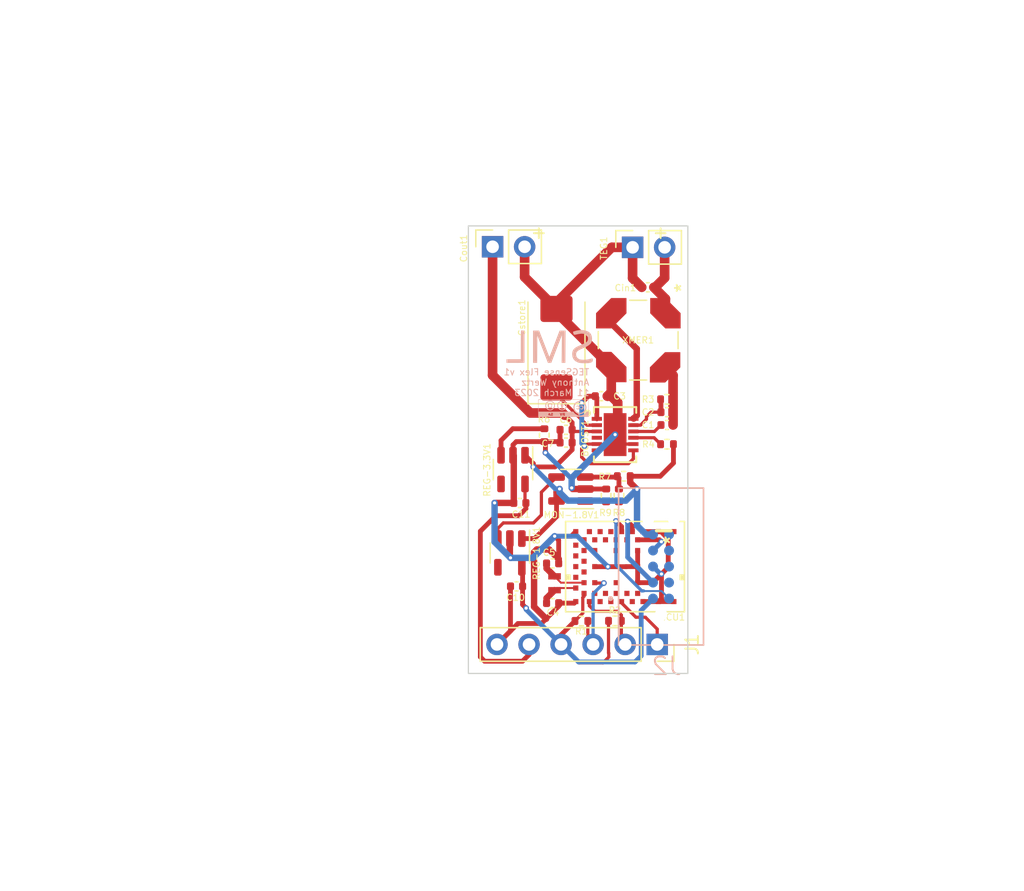
<source format=kicad_pcb>
(kicad_pcb (version 20240108) (generator "pcbnew") (generator_version "8.0")
  (layers (0 "F.Cu" signal) (31 "B.Cu" signal) (34 "B.Paste" user) (35 "F.Paste" user) (36 "B.SilkS" user "B.Silkscreen") (37 "F.SilkS" user "F.Silkscreen") (38 "B.Mask" user) (39 "F.Mask" user) (44 "Edge.Cuts" user))
  (net 0 "")
  (net 1 "Net-(C1-Pad1)")
  (net 2 "VAUX")
  (net 3 "GND")
  (net 4 "Net-(C4-Pad2)")
  (net 5 "Net-(C5-Pad2)")
  (net 6 "1.8V")
  (net 7 "3.3V")
  (net 8 "Net-(Cin1-Pad1)")
  (net 9 "SWDIO")
  (net 10 "SWDCLK")
  (net 11 "nRESET")
  (net 12 "SDA")
  (net 13 "SCL")
  (net 14 "SENS_INT")
  (net 15 "SWO")
  (net 16 "Vout")
  (net 17 "EN_1.8V")
  (net 18 "MCU_EN_3.3V")
  (net 21 "Net-(BOOST1-Pad12)")
  (net 51 "Net-(BOOST1-Pad2)")
  (net 52 "Net-(BOOST1-Pad9)")
  (net 53 "Net-(BOOST1-Pad10)")
  (net 54 "Net-(BOOST1-Pad11)")
  (net 55 "Net-(MON-1.8V1-Pad1)")
  (net 56 "Net-(MON-1.8V1-Pad3)")
  (footprint "tegsense-libs:LPR6235-752SMLC" (layer "F.Cu") (at 183.642 68.961 -90)
    (property "Reference" "XMER1" (at 0 0 180) (layer "F.SilkS") (effects (font (size 0.508 0.508) (thickness 0.0762))))
    (property "Value" "LPR6235-752SMLC" (hide yes))
    (fp_text user "*" (at -4.1402 -3.4544 90) (layer "F.SilkS"))
    (pad "1" smd custom (at -2.1336 -2.159) (size 0.0254 0.0254) (layers "F.Cu" "F.Paste" "F.Mask") (net 8 "Net-(Cin1-Pad1)") (options (clearance outline) (anchor circle)) (primitives (gr_poly (pts (xy -1.1938 -1.1938) (xy -1.1938 0) (xy 0 1.1938) (xy 1.1938 1.1938) (xy 1.1938 0) (xy 0 -1.1938)) (width 0.0254) (fill yes))))
    (pad "2" smd custom (at -2.1336 2.1336 270) (size 0.0254 0.0254) (layers "F.Cu" "F.Paste" "F.Mask") (net 21 "Net-(BOOST1-Pad12)") (options (clearance outline) (anchor circle)) (primitives (gr_poly (pts (xy -1.1938 -1.1938) (xy -1.1938 0) (xy 0 1.1938) (xy 1.1938 1.1938) (xy 1.1938 0) (xy 0 -1.1938)) (width 0.0254) (fill yes))))
    (pad "3" smd custom (at 2.1336 2.1336 180) (size 0.0254 0.0254) (layers "F.Cu" "F.Paste" "F.Mask") (net 3 "GND") (options (clearance outline) (anchor circle)) (primitives (gr_poly (pts (xy -1.1938 -1.1938) (xy -1.1938 0) (xy 0 1.1938) (xy 1.1938 1.1938) (xy 1.1938 0) (xy 0 -1.1938)) (width 0.0254) (fill yes))))
    (pad "4" smd custom (at 2.159 -2.1336 90) (size 0.0254 0.0254) (layers "F.Cu" "F.Paste" "F.Mask") (net 1 "Net-(C1-Pad1)") (options (clearance outline) (anchor circle)) (primitives (gr_poly (pts (xy -1.1938 -1.1938) (xy -1.1938 0) (xy 0 1.1938) (xy 1.1938 1.1938) (xy 1.1938 0) (xy 0 -1.1938)) (width 0.0254) (fill yes))))
  )
  (footprint "Resistor_SMD:R_0402_1005Metric" (layer "F.Cu") (at 182.499 79.756 180)
    (property "Reference" "R7" (at 1.4986 -0.0508 180) (layer "F.SilkS") (effects (font (size 0.508 0.508) (thickness 0.0762))))
    (property "Value" "620k")
    (pad "1" smd roundrect (at -0.51 0 180) (size 0.54 0.64) (layers "F.Cu" "F.Paste" "F.Mask") (net 16 "Vout"))
    (pad "2" smd roundrect (at 0.51 0 180) (size 0.54 0.64) (layers "F.Cu" "F.Paste" "F.Mask") (net 56 "Net-(MON-1.8V1-Pad3)"))
  )
  (footprint "Capacitor_SMD:C_0402_1005Metric" (layer "F.Cu") (at 184.404 64.77 180)
    (property "Reference" "Cin1" (at 1.778 -0.0508 0) (layer "F.SilkS") (effects (font (size 0.508 0.508) (thickness 0.0762))))
    (property "Value" "22uF")
    (pad "1" smd roundrect (at -0.48 0 180) (size 0.56 0.62) (layers "F.Cu" "F.Paste" "F.Mask") (net 8 "Net-(Cin1-Pad1)"))
    (pad "2" smd roundrect (at 0.48 0 180) (size 0.56 0.62) (layers "F.Cu" "F.Paste" "F.Mask") (net 3 "GND"))
  )
  (footprint "Capacitor_Tantalum_SMD:CP_EIA-7343-31_Kemet-D" (layer "F.Cu") (at 177.165 69.596 90)
    (property "Reference" "Cstore1" (at 2.413 -2.7432 -90) (layer "F.SilkS") (effects (font (size 0.508 0.508) (thickness 0.0762))))
    (property "Value" "330u")
    (pad "1" smd roundrect (at -3.1125 0 90) (size 2.075 2.55) (layers "F.Cu" "F.Paste" "F.Mask") (roundrect_rratio 0.1204819277) (net 51 "Net-(BOOST1-Pad2)"))
    (pad "2" smd roundrect (at 3.1125 0 90) (size 2.075 2.55) (layers "F.Cu" "F.Paste" "F.Mask") (roundrect_rratio 0.1204819277) (net 3 "GND"))
  )
  (footprint "Resistor_SMD:R_0402_1005Metric" (layer "F.Cu") (at 176.2 76.5 -90)
    (property "Reference" "R6" (at -1.27 0.0254 180) (layer "F.SilkS") (effects (font (size 0.508 0.508) (thickness 0.0762))))
    (property "Value" "3M")
    (pad "1" smd roundrect (at -0.51 0 270) (size 0.54 0.64) (layers "F.Cu" "F.Paste" "F.Mask") (net 18 "MCU_EN_3.3V"))
    (pad "2" smd roundrect (at 0.51 0 270) (size 0.54 0.64) (layers "F.Cu" "F.Paste" "F.Mask") (net 3 "GND"))
  )
  (footprint "tegsense-libs:BMD-350-A-R" (layer "F.Cu") (at 182.59999 86.924998 -90)
    (property "Reference" "MCU1" (at 4.0132 -3.7084 0) (layer "F.SilkS") (effects (font (size 0.508 0.508) (thickness 0.0762))))
    (property "Value" "uC BMD-350-A-R" (hide yes))
    (fp_text user "*" (at -2.0828 -3.6068 90) (layer "F.SilkS"))
    (pad "1" smd rect (at -2.775001 -3.873001) (size 0.4064 0.4064) (layers "F.Cu" "F.Paste" "F.Mask") (net 3 "GND"))
    (pad "2" smd rect (at -2.775001 -2.653001) (size 0.4064 0.4064) (layers "F.Cu" "F.Paste" "F.Mask") (net 3 "GND"))
    (pad "3" smd rect (at -2.775001 -1.424999) (size 0.4064 0.4064) (layers "F.Cu" "F.Paste" "F.Mask") (net 3 "GND"))
    (pad "4" smd rect (at -2.124999 -1.000001 270) (size 0.4064 0.4064) (layers "F.Cu" "F.Paste" "F.Mask") (net 10 "SWDCLK"))
    (pad "5" smd rect (at -2.775001 -0.574999) (size 0.4064 0.4064) (layers "F.Cu" "F.Paste" "F.Mask") (net 9 "SWDIO"))
    (pad "6" smd rect (at -2.124999 -0.150001 270) (size 0.4064 0.4064) (layers "F.Cu" "F.Paste" "F.Mask"))
    (pad "7" smd rect (at -2.775001 0.274999) (size 0.4064 0.4064) (layers "F.Cu" "F.Paste" "F.Mask") (net 11 "nRESET"))
    (pad "8" smd rect (at -2.124999 0.699999 270) (size 0.4064 0.4064) (layers "F.Cu" "F.Paste" "F.Mask") (net 15 "SWO"))
    (pad "9" smd rect (at -2.775001 1.125) (size 0.4064 0.4064) (layers "F.Cu" "F.Paste" "F.Mask"))
    (pad "10" smd rect (at -2.124999 1.549999 270) (size 0.4064 0.4064) (layers "F.Cu" "F.Paste" "F.Mask"))
    (pad "11" smd rect (at -2.775001 1.975001) (size 0.4064 0.4064) (layers "F.Cu" "F.Paste" "F.Mask"))
    (pad "12" smd rect (at -2.124999 2.399999 270) (size 0.4064 0.4064) (layers "F.Cu" "F.Paste" "F.Mask"))
    (pad "13" smd rect (at -2.775001 2.824999) (size 0.4064 0.4064) (layers "F.Cu" "F.Paste" "F.Mask"))
    (pad "14" smd rect (at -2.124999 3.249999 270) (size 0.4064 0.4064) (layers "F.Cu" "F.Paste" "F.Mask"))
    (pad "15" smd rect (at -2.775 3.904999 270) (size 0.4064 0.4064) (layers "F.Cu" "F.Paste" "F.Mask") (net 3 "GND"))
    (pad "16" smd rect (at -1.699999 3.904999 270) (size 0.4064 0.4064) (layers "F.Cu" "F.Paste" "F.Mask"))
    (pad "17" smd rect (at -1.274999 3.249999 270) (size 0.4064 0.4064) (layers "F.Cu" "F.Paste" "F.Mask"))
    (pad "18" smd rect (at -0.850001 3.904999 270) (size 0.4064 0.4064) (layers "F.Cu" "F.Paste" "F.Mask"))
    (pad "19" smd rect (at -0.425001 3.249999 270) (size 0.4064 0.4064) (layers "F.Cu" "F.Paste" "F.Mask"))
    (pad "20" smd rect (at 0 3.904999 270) (size 0.4064 0.4064) (layers "F.Cu" "F.Paste" "F.Mask"))
    (pad "21" smd rect (at 0.425 3.249999 270) (size 0.4064 0.4064) (layers "F.Cu" "F.Paste" "F.Mask"))
    (pad "22" smd rect (at 0.850001 3.904999 270) (size 0.4064 0.4064) (layers "F.Cu" "F.Paste" "F.Mask"))
    (pad "23" smd rect (at 1.275001 3.249999 270) (size 0.4064 0.4064) (layers "F.Cu" "F.Paste" "F.Mask") (net 5 "Net-(C5-Pad2)"))
    (pad "24" smd rect (at 1.699999 3.904999 270) (size 0.4064 0.4064) (layers "F.Cu" "F.Paste" "F.Mask") (net 4 "Net-(C4-Pad2)"))
    (pad "25" smd rect (at 2.125001 3.249999 270) (size 0.4064 0.4064) (layers "F.Cu" "F.Paste" "F.Mask") (net 6 "1.8V"))
    (pad "26" smd rect (at 2.775 3.904999 270) (size 0.4064 0.4064) (layers "F.Cu" "F.Paste" "F.Mask") (net 3 "GND"))
    (pad "27" smd rect (at 2.775001 2.824999) (size 0.4064 0.4064) (layers "F.Cu" "F.Paste" "F.Mask") (net 12 "SDA"))
    (pad "28" smd rect (at 2.125001 2.399999 270) (size 0.4064 0.4064) (layers "F.Cu" "F.Paste" "F.Mask"))
    (pad "29" smd rect (at 2.775001 1.975001) (size 0.4064 0.4064) (layers "F.Cu" "F.Paste" "F.Mask"))
    (pad "30" smd rect (at 2.125001 1.549999 270) (size 0.4064 0.4064) (layers "F.Cu" "F.Paste" "F.Mask"))
    (pad "31" smd rect (at 2.775001 1.125) (size 0.4064 0.4064) (layers "F.Cu" "F.Paste" "F.Mask"))
    (pad "32" smd rect (at 2.125001 0.699999 270) (size 0.4064 0.4064) (layers "F.Cu" "F.Paste" "F.Mask"))
    (pad "33" smd rect (at 2.775001 0.274999) (size 0.4064 0.4064) (layers "F.Cu" "F.Paste" "F.Mask") (net 14 "SENS_INT"))
    (pad "34" smd rect (at 2.125001 -0.150001 270) (size 0.4064 0.4064) (layers "F.Cu" "F.Paste" "F.Mask"))
    (pad "35" smd rect (at 2.775001 -0.574999) (size 0.4064 0.4064) (layers "F.Cu" "F.Paste" "F.Mask"))
    (pad "36" smd rect (at 2.125001 -1.000001 270) (size 0.4064 0.4064) (layers "F.Cu" "F.Paste" "F.Mask"))
    (pad "37" smd rect (at 2.775001 -1.424999) (size 0.4064 0.4064) (layers "F.Cu" "F.Paste" "F.Mask") (net 3 "GND"))
    (pad "38" smd rect (at 2.775001 -2.653001) (size 0.4064 0.4064) (layers "F.Cu" "F.Paste" "F.Mask") (net 3 "GND"))
    (pad "39" smd rect (at 2.775001 -3.873001) (size 0.4064 0.4064) (layers "F.Cu" "F.Paste" "F.Mask") (net 3 "GND"))
    (pad "40" smd rect (at -1.274999 -1.000001 270) (size 0.4064 0.4064) (layers "F.Cu" "F.Paste" "F.Mask") (net 3 "GND"))
    (pad "41" smd rect (at -1.274999 0.699999 270) (size 0.4064 0.4064) (layers "F.Cu" "F.Paste" "F.Mask"))
    (pad "42" smd rect (at -1.274999 2.399999 270) (size 0.4064 0.4064) (layers "F.Cu" "F.Paste" "F.Mask"))
    (pad "43" smd rect (at 0.000001 2.399999 270) (size 0.4064 0.4064) (layers "F.Cu" "F.Paste" "F.Mask") (net 3 "GND"))
    (pad "44" smd rect (at 1.275001 2.399999 270) (size 0.4064 0.4064) (layers "F.Cu" "F.Paste" "F.Mask") (net 13 "SCL"))
    (pad "45" smd rect (at 1.275001 0.699999 270) (size 0.4064 0.4064) (layers "F.Cu" "F.Paste" "F.Mask"))
    (pad "46" smd rect (at 1.275001 -1.000001 270) (size 0.4064 0.4064) (layers "F.Cu" "F.Paste" "F.Mask") (net 3 "GND"))
    (pad "47" smd rect (at 0.000001 -1.000001 270) (size 0.4064 0.4064) (layers "F.Cu" "F.Paste" "F.Mask") (net 3 "GND"))
  )
  (footprint "Capacitor_SMD:C_0402_1005Metric" (layer "F.Cu") (at 176.859599 89.820599 180)
    (property "Reference" "C4" (at -0.0219 -0.737 0) (layer "F.SilkS") (effects (font (size 0.508 0.508) (thickness 0.0762))))
    (property "Value" "12pF")
    (pad "1" smd roundrect (at -0.48 0 180) (size 0.56 0.62) (layers "F.Cu" "F.Paste" "F.Mask") (net 3 "GND"))
    (pad "2" smd roundrect (at 0.48 0 180) (size 0.56 0.62) (layers "F.Cu" "F.Paste" "F.Mask") (net 4 "Net-(C4-Pad2)"))
  )
  (footprint "Capacitor_SMD:C_0402_1005Metric" (layer "F.Cu") (at 174.26 81.88 180)
    (property "Reference" "C11" (at -0.1 -0.9 0) (layer "F.SilkS") (effects (font (size 0.508 0.508) (thickness 0.0762))))
    (property "Value" "2.2uF")
    (pad "1" smd roundrect (at -0.48 0 180) (size 0.56 0.62) (layers "F.Cu" "F.Paste" "F.Mask") (net 7 "3.3V"))
    (pad "2" smd roundrect (at 0.48 0 180) (size 0.56 0.62) (layers "F.Cu" "F.Paste" "F.Mask") (net 3 "GND"))
  )
  (footprint "Package_TO_SOT_SMD:SOT-23-5" (layer "F.Cu") (at 178.308 80.772 180)
    (property "Reference" "MON-1.8V1" (at -0.0508 -2.0574 0) (layer "F.SilkS") (effects (font (size 0.508 0.508) (thickness 0.0762))))
    (property "Value" "MIC2779L")
    (pad "1" smd roundrect (at -1.1375 -0.95 180) (size 1.325 0.6) (layers "F.Cu" "F.Paste" "F.Mask") (net 55 "Net-(MON-1.8V1-Pad1)"))
    (pad "2" smd roundrect (at -1.1375 0 180) (size 1.325 0.6) (layers "F.Cu" "F.Paste" "F.Mask") (net 3 "GND"))
    (pad "3" smd roundrect (at -1.1375 0.95 180) (size 1.325 0.6) (layers "F.Cu" "F.Paste" "F.Mask") (net 56 "Net-(MON-1.8V1-Pad3)"))
    (pad "4" smd roundrect (at 1.1375 0.95 180) (size 1.325 0.6) (layers "F.Cu" "F.Paste" "F.Mask") (net 17 "EN_1.8V"))
    (pad "5" smd roundrect (at 1.1375 -0.95 180) (size 1.325 0.6) (layers "F.Cu" "F.Paste" "F.Mask") (net 16 "Vout"))
  )
  (footprint "Package_TO_SOT_SMD:SOT-23-5" (layer "F.Cu") (at 173.47 85.84 -90)
    (property "Reference" "REG-1.8V1" (at 0.0254 -2.1082 90) (layer "F.SilkS") (effects (font (size 0.508 0.508) (thickness 0.0762))))
    (property "Value" "S-1318-1.8V")
    (pad "1" smd roundrect (at -1.1375 -0.95 270) (size 1.325 0.6) (layers "F.Cu" "F.Paste" "F.Mask") (net 16 "Vout"))
    (pad "2" smd roundrect (at -1.1375 0 270) (size 1.325 0.6) (layers "F.Cu" "F.Paste" "F.Mask") (net 3 "GND"))
    (pad "3" smd roundrect (at -1.1375 0.95 270) (size 1.325 0.6) (layers "F.Cu" "F.Paste" "F.Mask") (net 17 "EN_1.8V"))
    (pad "4" smd roundrect (at 1.1375 0.95 270) (size 1.325 0.6) (layers "F.Cu" "F.Paste" "F.Mask"))
    (pad "5" smd roundrect (at 1.1375 -0.95 270) (size 1.325 0.6) (layers "F.Cu" "F.Paste" "F.Mask") (net 6 "1.8V"))
  )
  (footprint "Capacitor_SMD:C_0402_1005Metric" (layer "F.Cu") (at 185.928 74.676 180)
    (property "Reference" "C2" (at 1.5 0 0) (layer "F.SilkS") (effects (font (size 0.508 0.508) (thickness 0.0762))))
    (property "Value" "300pF")
    (pad "1" smd roundrect (at -0.48 0 180) (size 0.56 0.62) (layers "F.Cu" "F.Paste" "F.Mask") (net 1 "Net-(C1-Pad1)"))
    (pad "2" smd roundrect (at 0.48 0 180) (size 0.56 0.62) (layers "F.Cu" "F.Paste" "F.Mask") (net 54 "Net-(BOOST1-Pad11)"))
  )
  (footprint "Connector_PinSocket_2.54mm:PinSocket_1x06_P2.54mm_Vertical" (layer "F.Cu") (at 185.15 93.1 -90)
    (property "Reference" "J1" (at 0 -2.77 90) (layer "F.SilkS"))
    (property "Value" "Conn_01x06")
    (pad "1" thru_hole rect (at 0 0 270) (size 1.7 1.7) (drill 1) (layers "*.Cu" "*.Mask") (net 14 "SENS_INT"))
    (pad "2" thru_hole oval (at 0 2.54 270) (size 1.7 1.7) (drill 1) (layers "*.Cu" "*.Mask") (net 12 "SDA"))
    (pad "3" thru_hole oval (at 0 5.08 270) (size 1.7 1.7) (drill 1) (layers "*.Cu" "*.Mask") (net 13 "SCL"))
    (pad "4" thru_hole oval (at 0 7.62 270) (size 1.7 1.7) (drill 1) (layers "*.Cu" "*.Mask") (net 6 "1.8V"))
    (pad "5" thru_hole oval (at 0 10.16 270) (size 1.7 1.7) (drill 1) (layers "*.Cu" "*.Mask") (net 7 "3.3V"))
    (pad "6" thru_hole oval (at 0 12.7 270) (size 1.7 1.7) (drill 1) (layers "*.Cu" "*.Mask") (net 3 "GND"))
  )
  (footprint "Resistor_SMD:R_0402_1005Metric" (layer "F.Cu") (at 179.14 91.24)
    (property "Reference" "R1" (at 0 0.8128 0) (layer "F.SilkS") (effects (font (size 0.508 0.508) (thickness 0.0762))))
    (property "Value" "2k")
    (pad "1" smd roundrect (at -0.51 0) (size 0.54 0.64) (layers "F.Cu" "F.Paste" "F.Mask") (net 6 "1.8V"))
    (pad "2" smd roundrect (at 0.51 0) (size 0.54 0.64) (layers "F.Cu" "F.Paste" "F.Mask") (net 13 "SCL"))
  )
  (footprint "Resistor_SMD:R_0402_1005Metric" (layer "F.Cu") (at 181.102 81.28 90)
    (property "Reference" "R9" (at -1.3716 -0.0508 180) (layer "F.SilkS") (effects (font (size 0.508 0.508) (thickness 0.0762))))
    (property "Value" "309k")
    (pad "1" smd roundrect (at -0.51 0 90) (size 0.54 0.64) (layers "F.Cu" "F.Paste" "F.Mask") (net 55 "Net-(MON-1.8V1-Pad1)"))
    (pad "2" smd roundrect (at 0.51 0 90) (size 0.54 0.64) (layers "F.Cu" "F.Paste" "F.Mask") (net 3 "GND"))
  )
  (footprint "Resistor_SMD:R_0402_1005Metric" (layer "F.Cu") (at 185.928 77.216 180)
    (property "Reference" "R4" (at 1.4732 0 180) (layer "F.SilkS") (effects (font (size 0.508 0.508) (thickness 0.0762))))
    (property "Value" "10k")
    (pad "1" smd roundrect (at -0.51 0 180) (size 0.54 0.64) (layers "F.Cu" "F.Paste" "F.Mask") (net 16 "Vout"))
    (pad "2" smd roundrect (at 0.51 0 180) (size 0.54 0.64) (layers "F.Cu" "F.Paste" "F.Mask") (net 52 "Net-(BOOST1-Pad9)"))
  )
  (footprint "Connector_PinSocket_2.54mm:PinSocket_1x02_P2.54mm_Vertical" (layer "F.Cu") (at 172.1 61.555 90)
    (property "Reference" "Cout1" (at -0.127 -2.286 90) (layer "F.SilkS") (effects (font (size 0.508 0.508) (thickness 0.0762))))
    (property "Value" "VAR")
    (pad "1" thru_hole rect (at 0 0 90) (size 1.7 1.7) (drill 1) (layers "*.Cu" "*.Mask") (net 16 "Vout"))
    (pad "2" thru_hole oval (at 0 2.54 90) (size 1.7 1.7) (drill 1) (layers "*.Cu" "*.Mask") (net 3 "GND"))
  )
  (footprint "posey:XTAL_ECS-.327-9-16-TR" (layer "F.Cu") (at 177.011999 88.245799 -90)
    (property "Reference" "Y1" (hide yes))
    (property "Value" "XTAL")
    (pad "1" smd rect (at -0.55 0 270) (size 0.5 1) (layers "F.Cu" "F.Paste" "F.Mask") (net 5 "Net-(C5-Pad2)"))
    (pad "2" smd rect (at 0.55 0 270) (size 0.5 1) (layers "F.Cu" "F.Paste" "F.Mask") (net 4 "Net-(C4-Pad2)"))
  )
  (footprint "Capacitor_SMD:C_0402_1005Metric" (layer "F.Cu") (at 174 88.49 180)
    (property "Reference" "C10" (at 0.0762 -0.889 0) (layer "F.SilkS") (effects (font (size 0.508 0.508) (thickness 0.0762))))
    (property "Value" "2.2uF")
    (pad "1" smd roundrect (at -0.48 0 180) (size 0.56 0.62) (layers "F.Cu" "F.Paste" "F.Mask") (net 6 "1.8V"))
    (pad "2" smd roundrect (at 0.48 0 180) (size 0.56 0.62) (layers "F.Cu" "F.Paste" "F.Mask") (net 3 "GND"))
  )
  (footprint "Connector_PinSocket_2.54mm:PinSocket_1x02_P2.54mm_Vertical" (layer "F.Cu") (at 183.2 61.6 90)
    (property "Reference" "TEG1" (at -0.0762 -2.281 90) (layer "F.SilkS") (effects (font (size 0.508 0.508) (thickness 0.0762))))
    (property "Value" "TEG")
    (pad "1" thru_hole rect (at 0 0 90) (size 1.7 1.7) (drill 1) (layers "*.Cu" "*.Mask") (net 3 "GND"))
    (pad "2" thru_hole oval (at 0 2.54 90) (size 1.7 1.7) (drill 1) (layers "*.Cu" "*.Mask") (net 8 "Net-(Cin1-Pad1)"))
  )
  (footprint "Capacitor_SMD:C_0402_1005Metric" (layer "F.Cu") (at 180.721 73.406)
    (property "Reference" "C3" (at 1.4478 0 0) (layer "F.SilkS") (effects (font (size 0.508 0.508) (thickness 0.0762))))
    (property "Value" "1uF")
    (pad "1" smd roundrect (at -0.48 0) (size 0.56 0.62) (layers "F.Cu" "F.Paste" "F.Mask") (net 2 "VAUX"))
    (pad "2" smd roundrect (at 0.48 0) (size 0.56 0.62) (layers "F.Cu" "F.Paste" "F.Mask") (net 3 "GND"))
  )
  (footprint "Resistor_SMD:R_0402_1005Metric" (layer "F.Cu") (at 181.8 91.23)
    (property "Reference" "R2" (at 0 -0.8382 0) (layer "F.SilkS") (effects (font (size 0.508 0.508) (thickness 0.0762))))
    (property "Value" "2k")
    (pad "1" smd roundrect (at -0.51 0) (size 0.54 0.64) (layers "F.Cu" "F.Paste" "F.Mask") (net 6 "1.8V"))
    (pad "2" smd roundrect (at 0.51 0) (size 0.54 0.64) (layers "F.Cu" "F.Paste" "F.Mask") (net 12 "SDA"))
  )
  (footprint "Capacitor_SMD:C_0402_1005Metric" (layer "F.Cu") (at 177.927 76.073)
    (property "Reference" "C6" (at -0.0254 -0.8128 0) (layer "F.SilkS") (effects (font (size 0.508 0.508) (thickness 0.0762))))
    (property "Value" "1uF")
    (pad "1" smd roundrect (at -0.48 0) (size 0.56 0.62) (layers "F.Cu" "F.Paste" "F.Mask") (net 3 "GND"))
    (pad "2" smd roundrect (at 0.48 0) (size 0.56 0.62) (layers "F.Cu" "F.Paste" "F.Mask") (net 16 "Vout"))
  )
  (footprint "Resistor_SMD:R_0402_1005Metric" (layer "F.Cu") (at 182.118 81.28 -90)
    (property "Reference" "R8" (at 1.3716 0 180) (layer "F.SilkS") (effects (font (size 0.508 0.508) (thickness 0.0762))))
    (property "Value" "66.5k")
    (pad "1" smd roundrect (at -0.51 0 270) (size 0.54 0.64) (layers "F.Cu" "F.Paste" "F.Mask") (net 56 "Net-(MON-1.8V1-Pad3)"))
    (pad "2" smd roundrect (at 0.51 0 270) (size 0.54 0.64) (layers "F.Cu" "F.Paste" "F.Mask") (net 55 "Net-(MON-1.8V1-Pad1)"))
  )
  (footprint "Capacitor_SMD:C_0402_1005Metric" (layer "F.Cu") (at 185.928 75.692 180)
    (property "Reference" "C1" (at 1.5 0 0) (layer "F.SilkS") (effects (font (size 0.508 0.508) (thickness 0.0762))))
    (property "Value" "1nF")
    (pad "1" smd roundrect (at -0.48 0 180) (size 0.56 0.62) (layers "F.Cu" "F.Paste" "F.Mask") (net 1 "Net-(C1-Pad1)"))
    (pad "2" smd roundrect (at 0.48 0 180) (size 0.56 0.62) (layers "F.Cu" "F.Paste" "F.Mask") (net 53 "Net-(BOOST1-Pad10)"))
  )
  (footprint "Resistor_SMD:R_0402_1005Metric" (layer "F.Cu") (at 185.928 73.66 180)
    (property "Reference" "R3" (at 1.5 0 0) (layer "F.SilkS") (effects (font (size 0.508 0.508) (thickness 0.0762))))
    (property "Value" "499k")
    (pad "1" smd roundrect (at -0.51 0 180) (size 0.54 0.64) (layers "F.Cu" "F.Paste" "F.Mask") (net 1 "Net-(C1-Pad1)"))
    (pad "2" smd roundrect (at 0.51 0 180) (size 0.54 0.64) (layers "F.Cu" "F.Paste" "F.Mask") (net 54 "Net-(BOOST1-Pad11)"))
  )
  (footprint "Capacitor_SMD:C_0402_1005Metric" (layer "F.Cu") (at 177.927 77.089 180)
    (property "Reference" "C7" (at 1.4478 -0.0762 0) (layer "F.SilkS") (effects (font (size 0.508 0.508) (thickness 0.0762))))
    (property "Value" "2.2uF")
    (pad "1" smd roundrect (at -0.48 0 180) (size 0.56 0.62) (layers "F.Cu" "F.Paste" "F.Mask") (net 16 "Vout"))
    (pad "2" smd roundrect (at 0.48 0 180) (size 0.56 0.62) (layers "F.Cu" "F.Paste" "F.Mask") (net 3 "GND"))
  )
  (footprint "tegsense-libs:DFN-12_DE" (layer "F.Cu") (at 181.812209 76.454)
    (property "Reference" "BOOST1" (at -2.386609 0.3048 90) (layer "F.SilkS") (effects (font (size 0.508 0.508) (thickness 0.0762))))
    (property "Value" "LTC3108IDEPBF")
    (pad "1" smd rect (at -1.4478 -1.25) (size 0.8128 0.3048) (layers "F.Cu" "F.Paste" "F.Mask") (net 2 "VAUX"))
    (pad "2" smd rect (at -1.4478 -0.75) (size 0.8128 0.3048) (layers "F.Cu" "F.Paste" "F.Mask") (net 51 "Net-(BOOST1-Pad2)"))
    (pad "3" smd rect (at -1.4478 -0.25) (size 0.8128 0.3048) (layers "F.Cu" "F.Paste" "F.Mask") (net 16 "Vout"))
    (pad "4" smd rect (at -1.4478 0.25) (size 0.8128 0.3048) (layers "F.Cu" "F.Paste" "F.Mask"))
    (pad "5" smd rect (at -1.4478 0.75) (size 0.8128 0.3048) (layers "F.Cu" "F.Paste" "F.Mask") (net 2 "VAUX"))
    (pad "6" smd rect (at -1.4478 1.25) (size 0.8128 0.3048) (layers "F.Cu" "F.Paste" "F.Mask"))
    (pad "7" smd rect (at 1.4478 1.25) (size 0.8128 0.3048) (layers "F.Cu" "F.Paste" "F.Mask") (net 2 "VAUX"))
    (pad "8" smd rect (at 1.4478 0.75) (size 0.8128 0.3048) (layers "F.Cu" "F.Paste" "F.Mask") (net 3 "GND"))
    (pad "9" smd rect (at 1.4478 0.25) (size 0.8128 0.3048) (layers "F.Cu" "F.Paste" "F.Mask") (net 52 "Net-(BOOST1-Pad9)"))
    (pad "10" smd rect (at 1.4478 -0.25) (size 0.8128 0.3048) (layers "F.Cu" "F.Paste" "F.Mask") (net 53 "Net-(BOOST1-Pad10)"))
    (pad "11" smd rect (at 1.4478 -0.75) (size 0.8128 0.3048) (layers "F.Cu" "F.Paste" "F.Mask") (net 54 "Net-(BOOST1-Pad11)"))
    (pad "12" smd rect (at 1.4478 -1.25) (size 0.8128 0.3048) (layers "F.Cu" "F.Paste" "F.Mask") (net 21 "Net-(BOOST1-Pad12)"))
    (pad "13" smd rect (at 0 0) (size 1.8034 3.4036) (layers "F.Cu" "F.Mask") (net 3 "GND"))
  )
  (footprint "Package_TO_SOT_SMD:SOT-23-5" (layer "F.Cu") (at 173.72 79.23 -90)
    (property "Reference" "REG-3.3V1" (at 0.0254 2.0574 90) (layer "F.SilkS") (effects (font (size 0.508 0.508) (thickness 0.0762))))
    (property "Value" "S-1318-3.3V")
    (pad "1" smd roundrect (at -1.1375 -0.95 270) (size 1.325 0.6) (layers "F.Cu" "F.Paste" "F.Mask") (net 16 "Vout"))
    (pad "2" smd roundrect (at -1.1375 0 270) (size 1.325 0.6) (layers "F.Cu" "F.Paste" "F.Mask") (net 3 "GND"))
    (pad "3" smd roundrect (at -1.1375 0.95 270) (size 1.325 0.6) (layers "F.Cu" "F.Paste" "F.Mask") (net 18 "MCU_EN_3.3V"))
    (pad "4" smd roundrect (at 1.1375 0.95 270) (size 1.325 0.6) (layers "F.Cu" "F.Paste" "F.Mask"))
    (pad "5" smd roundrect (at 1.1375 -0.95 270) (size 1.325 0.6) (layers "F.Cu" "F.Paste" "F.Mask") (net 7 "3.3V"))
  )
  (footprint "Capacitor_SMD:C_0402_1005Metric" (layer "F.Cu") (at 176.859599 86.670999 180)
    (property "Reference" "C5" (at 0.2794 0.8636 0) (layer "F.SilkS") (effects (font (size 0.508 0.508) (thickness 0.0762))))
    (property "Value" "12pF")
    (pad "1" smd roundrect (at -0.48 0 180) (size 0.56 0.62) (layers "F.Cu" "F.Paste" "F.Mask") (net 3 "GND"))
    (pad "2" smd roundrect (at 0.48 0 180) (size 0.56 0.62) (layers "F.Cu" "F.Paste" "F.Mask") (net 5 "Net-(C5-Pad2)"))
  )
  (footprint "posey:TC2050-IDC-NL" (layer "B.Cu") (at 184.82 89.46)
    (property "Reference" "J2" (at 1.08 5.349 0) (layer "B.SilkS") (effects (font (size 1.4 1.4)) (justify mirror)))
    (property "Value" "TC2050-IDC-NL")
    (pad "" np_thru_hole circle (at -0.38 -6.35) (size 0.991 0.991) (drill 0.991) (layers "*.Cu" "*.Mask"))
    (pad "" np_thru_hole circle (at 0.635 1.27) (size 0.991 0.991) (drill 0.991) (layers "*.Cu" "*.Mask"))
    (pad "" np_thru_hole circle (at 1.65 -6.35) (size 0.991 0.991) (drill 0.991) (layers "*.Cu" "*.Mask"))
    (pad "1" smd circle (at 0 0 90) (size 0.787 0.787) (layers "B.Cu" "B.Mask") (net 6 "1.8V"))
    (pad "2" smd circle (at 0 -1.27 90) (size 0.787 0.787) (layers "B.Cu" "B.Mask") (net 9 "SWDIO"))
    (pad "3" smd circle (at 0 -2.54 90) (size 0.787 0.787) (layers "B.Cu" "B.Mask") (net 3 "GND"))
    (pad "4" smd circle (at 0 -3.81 90) (size 0.787 0.787) (layers "B.Cu" "B.Mask") (net 10 "SWDCLK"))
    (pad "5" smd circle (at 0 -5.08 90) (size 0.787 0.787) (layers "B.Cu" "B.Mask") (net 16 "Vout"))
    (pad "6" smd circle (at 1.27 -5.08 270) (size 0.787 0.787) (layers "B.Cu" "B.Mask"))
    (pad "7" smd circle (at 1.27 -3.81 270) (size 0.787 0.787) (layers "B.Cu" "B.Mask"))
    (pad "8" smd circle (at 1.27 -2.54 270) (size 0.787 0.787) (layers "B.Cu" "B.Mask"))
    (pad "9" smd circle (at 1.27 -1.27 270) (size 0.787 0.787) (layers "B.Cu" "B.Mask"))
    (pad "10" smd circle (at 1.27 0 270) (size 0.787 0.787) (layers "B.Cu" "B.Mask") (net 11 "nRESET"))
  )
  (footprint "tegsense-libs:zgfx-sml-logo" (layer "B.Cu") (at 176.6062 69.469 180)
    (property "Reference" "G***" (hide yes))
    (property "Value" "LOGO" (hide yes))
  )
  (footprint "tegsense-libs:zgfx-cc-by-sa" (layer "B.Cu") (at 177.7238 74.3458 180)
    (property "Reference" "G***" (hide yes))
    (property "Value" "LOGO" (hide yes))
  )
  (gr_rect (start 170.182 59.9) (end 187.579 95.4002) (stroke (width 0.1)) (fill none) (layer "Edge.Cuts"))
  (gr_text "TEGSense Flex v1\nAnthony Wertz\n11 March 2023" (at 179.8066 72.3138 0) (layer "B.SilkS") (effects (font (size 0.508 0.508) (thickness 0.0762)) (justify left mirror)))
  (gr_text "-" (at 185.674 83.9724 0) (layer "F.SilkS") (effects (font (size 1.524 1.524) (thickness 0.254))))
  (gr_text "+" (at 185.42 60.4012 0) (layer "F.SilkS") (effects (font (size 1.016 1.016) (thickness 0.1524))))
  (gr_text "+" (at 175.768 60.4012 0) (layer "F.SilkS") (effects (font (size 1.016 1.016) (thickness 0.1524))))
  (segment (start 186.408 75.692) (end 186.408 71.7524) (width 0.762) (layer "F.Cu") (net 1))
  (segment (start 186.408 71.7524) (end 185.7756 71.12) (width 0.762) (layer "F.Cu") (net 1))
  (segment (start 183.260009 77.704) (end 183.260009 78.369991) (width 0.254) (layer "F.Cu") (net 2))
  (segment (start 183.260009 78.369991) (end 182.87 78.76) (width 0.254) (layer "F.Cu") (net 2))
  (segment (start 179.68 78.76) (end 179.16 78.24) (width 0.254) (layer "F.Cu") (net 2))
  (segment (start 179.38 77.36) (end 179.536 77.204) (width 0.254) (layer "F.Cu") (net 2))
  (segment (start 182.87 78.76) (end 179.68 78.76) (width 0.254) (layer "F.Cu") (net 2))
  (segment (start 180.241 73.406) (end 179.694 73.406) (width 0.381) (layer "F.Cu") (net 2))
  (segment (start 179.16 77.58) (end 179.38 77.36) (width 0.254) (layer "F.Cu") (net 2))
  (segment (start 180.364409 75.204) (end 180.364409 73.529409) (width 0.381) (layer "F.Cu") (net 2))
  (segment (start 179.694 73.406) (end 179.17 73.93) (width 0.381) (layer "F.Cu") (net 2))
  (segment (start 180.364409 73.529409) (end 180.241 73.406) (width 0.381) (layer "F.Cu") (net 2))
  (segment (start 179.16 78.24) (end 179.16 77.58) (width 0.254) (layer "F.Cu") (net 2))
  (segment (start 179.536 77.204) (end 180.364409 77.204) (width 0.254) (layer "F.Cu") (net 2))
  (via (at 179.17 73.93) (size 0.4572) (drill 0.254) (layers "F.Cu" "B.Cu") (net 2))
  (via (at 179.38 77.36) (size 0.4572) (drill 0.254) (layers "F.Cu" "B.Cu") (net 2))
  (segment (start 179.17 77.15) (end 179.38 77.36) (width 0.381) (layer "B.Cu") (net 2))
  (segment (start 179.17 73.93) (end 179.17 77.15) (width 0.381) (layer "B.Cu") (net 2))
  (segment (start 173.78 78.1525) (end 173.72 78.0925) (width 0.508) (layer "F.Cu") (net 3))
  (segment (start 177.339599 89.820599) (end 178.5744 89.820599) (width 0.381) (layer "F.Cu") (net 3))
  (segment (start 176.2 77.01) (end 173.98 77.01) (width 0.381) (layer "F.Cu") (net 3))
  (segment (start 172.26 81.87) (end 173.77 81.87) (width 0.508) (layer "F.Cu") (net 3))
  (segment (start 173.72 77.27) (end 173.72 78.0925) (width 0.381) (layer "F.Cu") (net 3))
  (segment (start 186.025611 84.723999) (end 185.451609 84.149997) (width 0.381) (layer "F.Cu") (net 3))
  (segment (start 183.599991 88.199999) (end 183.599991 85.649999) (width 0.381) (layer "F.Cu") (net 3))
  (segment (start 177.165 66.4835) (end 177.165 65.985) (width 0.762) (layer "F.Cu") (net 3))
  (segment (start 177.165 65.985) (end 181.55 61.6) (width 0.762) (layer "F.Cu") (net 3))
  (segment (start 180.204992 86.93) (end 180.199991 86.924999) (width 0.381) (layer "F.Cu") (net 3))
  (segment (start 181.201 73.406) (end 181.516 73.406) (width 0.762) (layer "F.Cu") (net 3))
  (segment (start 177.339599 86.319599) (end 176.59 85.57) (width 0.508) (layer "F.Cu") (net 3))
  (segment (start 176.29 77.89) (end 176.29 77.1) (width 0.381) (layer "F.Cu") (net 3))
  (segment (start 173.52 88.49) (end 173.52 92.03) (width 0.381) (layer "F.Cu") (net 3))
  (segment (start 181.5084 71.0946) (end 181.5084 73.0986) (width 0.762) (layer "F.Cu") (net 3))
  (segment (start 185.451609 84.149997) (end 185.252991 84.149997) (width 0.381) (layer "F.Cu") (net 3))
  (segment (start 174.64 63.9585) (end 177.165 66.4835) (width 0.762) (layer "F.Cu") (net 3))
  (segment (start 178.462 80.772) (end 178.37 80.68) (width 0.508) (layer "F.Cu") (net 3))
  (segment (start 176.59 85.57) (end 175.6 85.57) (width 0.508) (layer "F.Cu") (net 3))
  (segment (start 182.69 86.93) (end 180.204992 86.93) (width 0.381) (layer "F.Cu") (net 3))
  (segment (start 183.2 64.046) (end 183.924 64.77) (width 0.762) (layer "F.Cu") (net 3))
  (segment (start 175.6 85.57) (end 175.39 85.78) (width 0.508) (layer "F.Cu") (net 3))
  (segment (start 173.47 84.7025) (end 173.47 86.18) (width 0.508) (layer "F.Cu") (net 3))
  (segment (start 181.88 76.386209) (end 181.812209 76.454) (width 0.381) (layer "F.Cu") (net 3))
  (segment (start 179.4475 80.77) (end 179.4455 80.772) (width 0.381) (layer "F.Cu") (net 3))
  (segment (start 176.29 77.1) (end 176.2 77.01) (width 0.381) (layer "F.Cu") (net 3))
  (segment (start 173.47 86.18) (end 173.52 86.23) (width 0.508) (layer "F.Cu") (net 3))
  (segment (start 177.339599 84.829599) (end 177.02 84.51) (width 0.381) (layer "F.Cu") (net 3))
  (segment (start 175.39 85.78) (end 175.39 90.11) (width 0.508) (layer "F.Cu") (net 3))
  (segment (start 177.339599 89.820599) (end 177.339599 90.070401) (width 0.381) (layer "F.Cu") (net 3))
  (segment (start 173.77 81.87) (end 173.78 81.88) (width 0.508) (layer "F.Cu") (net 3))
  (segment (start 184.024989 84.149997) (end 186.472991 84.149997) (width 0.381) (layer "F.Cu") (net 3))
  (segment (start 176.2 77.01) (end 177.368 77.01) (width 0.381) (layer "F.Cu") (net 3))
  (segment (start 182.695001 86.924999) (end 182.69 86.93) (width 0.381) (layer "F.Cu") (net 3))
  (segment (start 181.102 80.77) (end 179.4475 80.77) (width 0.381) (layer "F.Cu") (net 3))
  (segment (start 181.55 61.6) (end 183.2 61.6) (width 0.762) (layer "F.Cu") (net 3))
  (segment (start 177.368 77.01) (end 177.447 77.089) (width 0.381) (layer "F.Cu") (net 3))
  (segment (start 182.562209 77.204) (end 181.812209 76.454) (width 0.254) (layer "F.Cu") (net 3))
  (segment (start 173.06 92.49) (end 172.45 93.1) (width 0.381) (layer "F.Cu") (net 3))
  (segment (start 177.165 66.4835) (end 177.165 66.7512) (width 0.762) (layer "F.Cu") (net 3))
  (segment (start 178.5744 89.820599) (end 178.695 89.699999) (width 0.381) (layer "F.Cu") (net 3))
  (segment (start 173.78 81.88) (end 173.78 78.1525) (width 0.508) (layer "F.Cu") (net 3))
  (segment (start 177.339599 86.319599) (end 177.339599 84.829599) (width 0.381) (layer "F.Cu") (net 3))
  (segment (start 184.800001 88.199999) (end 185.49 87.51) (width 0.381) (layer "F.Cu") (net 3))
  (segment (start 185.49 87.51) (end 186.025611 86.974389) (width 0.381) (layer "F.Cu") (net 3))
  (segment (start 182.02 73.91) (end 182.02 76.246209) (width 0.762) (layer "F.Cu") (net 3))
  (segment (start 174.11 91.44) (end 173.06 92.49) (width 0.381) (layer "F.Cu") (net 3))
  (segment (start 185.49 87.51) (end 185.49 89.46299) (width 0.381) (layer "F.Cu") (net 3))
  (segment (start 179.4455 80.772) (end 178.462 80.772) (width 0.508) (layer "F.Cu") (net 3))
  (segment (start 173.52 92.03) (end 173.06 92.49) (width 0.381) (layer "F.Cu") (net 3))
  (segment (start 186.025611 86.974389) (end 186.025611 84.723999) (width 0.381) (layer "F.Cu") (net 3))
  (segment (start 181.516 73.406) (end 182.02 73.91) (width 0.762) (layer "F.Cu") (net 3))
  (segment (start 175.97 91.44) (end 174.11 91.44) (width 0.381) (layer "F.Cu") (net 3))
  (segment (start 173.98 77.01) (end 173.72 77.27) (width 0.381) (layer "F.Cu") (net 3))
  (segment (start 177.339599 86.670999) (end 177.339599 86.319599) (width 0.508) (layer "F.Cu") (net 3))
  (segment (start 178.334989 84.51) (end 178.694991 84.149998) (width 0.381) (layer "F.Cu") (net 3))
  (segment (start 181.5084 73.0986) (end 181.201 73.406) (width 0.762) (layer "F.Cu") (net 3))
  (segment (start 182.02 76.246209) (end 181.812209 76.454) (width 0.762) (layer "F.Cu") (net 3))
  (segment (start 177.447 76.073) (end 177.447 77.089) (width 0.381) (layer "F.Cu") (net 3))
  (segment (start 177.02 84.51) (end 178.334989 84.51) (width 0.381) (layer "F.Cu") (net 3))
  (segment (start 183.260009 77.204) (end 182.562209 77.204) (width 0.254) (layer "F.Cu") (net 3))
  (segment (start 176.345 91.065) (end 175.97 91.44) (width 0.381) (layer "F.Cu") (net 3))
  (segment (start 183.599991 88.199999) (end 184.800001 88.199999) (width 0.381) (layer "F.Cu") (net 3))
  (segment (start 177.339599 90.070401) (end 176.345 91.065) (width 0.381) (layer "F.Cu") (net 3))
  (segment (start 177.165 66.7512) (end 181.5084 71.0946) (width 0.762) (layer "F.Cu") (net 3))
  (segment (start 183.2 61.6) (end 183.2 64.046) (width 0.762) (layer "F.Cu") (net 3))
  (segment (start 174.64 61.555) (end 174.64 63.9585) (width 0.762) (layer "F.Cu") (net 3))
  (segment (start 183.599991 86.924999) (end 182.695001 86.924999) (width 0.381) (layer "F.Cu") (net 3))
  (segment (start 184.024989 89.699999) (end 186.472991 89.699999) (width 0.381) (layer "F.Cu") (net 3))
  (segment (start 185.49 89.46299) (end 185.252991 89.699999) (width 0.381) (layer "F.Cu") (net 3))
  (segment (start 175.39 90.11) (end 176.345 91.065) (width 0.508) (layer "F.Cu") (net 3))
  (via (at 173.52 86.23) (size 0.4572) (drill 0.254) (layers "F.Cu" "B.Cu") (net 3))
  (via (at 181.24 86.93) (size 0.4572) (drill 0.254) (layers "F.Cu" "B.Cu") (net 3))
  (via (at 185.49 87.51) (size 0.4572) (drill 0.254) (layers "F.Cu" "B.Cu") (net 3))
  (via (at 177.02 84.51) (size 0.4572) (drill 0.254) (layers "F.Cu" "B.Cu") (net 3))
  (via (at 176.29 77.89) (size 0.4572) (drill 0.254) (layers "F.Cu" "B.Cu") (net 3))
  (via (at 181.812209 76.454) (size 0.4572) (drill 0.254) (layers "F.Cu" "B.Cu") (net 3))
  (via (at 172.26 81.87) (size 0.4572) (drill 0.254) (layers "F.Cu" "B.Cu") (net 3))
  (via (at 178.37 80.68) (size 0.4572) (drill 0.254) (layers "F.Cu" "B.Cu") (net 3))
  (segment (start 178.37 80.68) (end 178.37 79.896209) (width 0.508) (layer "B.Cu") (net 3))
  (segment (start 172.26 84.97) (end 173.52 86.23) (width 0.508) (layer "B.Cu") (net 3))
  (segment (start 185.41 87.51) (end 184.82 86.92) (width 0.381) (layer "B.Cu") (net 3))
  (segment (start 185.49 87.51) (end 185.41 87.51) (width 0.381) (layer "B.Cu") (net 3))
  (segment (start 172.26 81.87) (end 172.26 84.97) (width 0.508) (layer "B.Cu") (net 3))
  (segment (start 181.24 86.93) (end 178.82 84.51) (width 0.381) (layer "B.Cu") (net 3))
  (segment (start 175.3 86.23) (end 177.02 84.51) (width 0.508) (layer "B.Cu") (net 3))
  (segment (start 178.37 79.97) (end 176.29 77.89) (width 0.381) (layer "B.Cu") (net 3))
  (segment (start 178.37 80.68) (end 178.37 79.97) (width 0.381) (layer "B.Cu") (net 3))
  (segment (start 178.37 79.896209) (end 181.812209 76.454) (width 0.508) (layer "B.Cu") (net 3))
  (segment (start 178.82 84.51) (end 177.02 84.51) (width 0.381) (layer "B.Cu") (net 3))
  (segment (start 173.52 86.23) (end 175.3 86.23) (width 0.508) (layer "B.Cu") (net 3))
  (segment (start 177.1828 88.624998) (end 177.011999 88.795799) (width 0.1524) (layer "F.Cu") (net 4))
  (segment (start 176.379599 89.820599) (end 176.379599 89.428199) (width 0.508) (layer "F.Cu") (net 4))
  (segment (start 176.379599 89.428199) (end 177.011999 88.795799) (width 0.508) (layer "F.Cu") (net 4))
  (segment (start 178.695 88.624998) (end 177.1828 88.624998) (width 0.1524) (layer "F.Cu") (net 4))
  (segment (start 177.5162 88.2) (end 177.011999 87.695799) (width 0.1524) (layer "F.Cu") (net 5))
  (segment (start 176.379599 87.063399) (end 176.379599 86.670999) (width 0.508) (layer "F.Cu") (net 5))
  (segment (start 177.011999 87.695799) (end 176.379599 87.063399) (width 0.508) (layer "F.Cu") (net 5))
  (segment (start 179.35 88.2) (end 177.5162 88.2) (width 0.1524) (layer "F.Cu") (net 5))
  (segment (start 178.98268 94.55268) (end 177.53 93.1) (width 0.254) (layer "F.Cu") (net 6))
  (segment (start 181.31 94.1) (end 180.85732 94.55268) (width 0.254) (layer "F.Cu") (net 6))
  (segment (start 174.48 87.0375) (end 174.42 86.9775) (width 0.381) (layer "F.Cu") (net 6))
  (segment (start 174.48 89.94) (end 174.76 90.22) (width 0.381) (layer "F.Cu") (net 6))
  (segment (start 181.31 93.79) (end 181.31 94.1) (width 0.254) (layer "F.Cu") (net 6))
  (segment (start 179.35 89.05) (end 179.35 89.28) (width 0.254) (layer "F.Cu") (net 6))
  (segment (start 174.48 88.49) (end 174.48 89.94) (width 0.381) (layer "F.Cu") (net 6))
  (segment (start 177.53 92.34) (end 178.63 91.24) (width 0.381) (layer "F.Cu") (net 6))
  (segment (start 179.25 90.62) (end 178.63 91.24) (width 0.254) (layer "F.Cu") (net 6))
  (segment (start 181.29 91.23) (end 181.29 93.77) (width 0.254) (layer "F.Cu") (net 6))
  (segment (start 177.53 93.1) (end 177.53 92.34) (width 0.381) (layer "F.Cu") (net 6))
  (segment (start 180.85732 94.55268) (end 178.98268 94.55268) (width 0.254) (layer "F.Cu") (net 6))
  (segment (start 179.25 89.38) (end 179.25 90.62) (width 0.254) (layer "F.Cu") (net 6))
  (segment (start 179.35 89.28) (end 179.25 89.38) (width 0.254) (layer "F.Cu") (net 6))
  (segment (start 174.48 88.49) (end 174.48 87.0375) (width 0.381) (layer "F.Cu") (net 6))
  (segment (start 181.29 93.77) (end 181.31 93.79) (width 0.254) (layer "F.Cu") (net 6))
  (via (at 174.76 90.22) (size 0.4572) (drill 0.254) (layers "F.Cu" "B.Cu") (net 6))
  (segment (start 183.88 93.99918) (end 183.88 90.4) (width 0.381) (layer "B.Cu") (net 6))
  (segment (start 178.91918 94.48918) (end 183.39 94.48918) (width 0.381) (layer "B.Cu") (net 6))
  (segment (start 177.53 93.1) (end 178.91918 94.48918) (width 0.381) (layer "B.Cu") (net 6))
  (segment (start 174.76 90.33) (end 177.53 93.1) (width 0.381) (layer "B.Cu") (net 6))
  (segment (start 183.88 90.4) (end 184.82 89.46) (width 0.381) (layer "B.Cu") (net 6))
  (segment (start 174.76 90.22) (end 174.76 90.33) (width 0.381) (layer "B.Cu") (net 6))
  (segment (start 183.39 94.48918) (end 183.88 93.99918) (width 0.381) (layer "B.Cu") (net 6))
  (segment (start 174.19 82.89) (end 174.74 82.34) (width 0.381) (layer "F.Cu") (net 7))
  (segment (start 171.47 94.43) (end 171.13 94.09) (width 0.381) (layer "F.Cu") (net 7))
  (segment (start 172.36 82.89) (end 174.19 82.89) (width 0.381) (layer "F.Cu") (net 7))
  (segment (start 174.67 80.3675) (end 174.67 81.81) (width 0.254) (layer "F.Cu") (net 7))
  (segment (start 174.74 82.34) (end 174.74 81.88) (width 0.381) (layer "F.Cu") (net 7))
  (segment (start 174.99 93.1) (end 174.99 93.91) (width 0.381) (layer "F.Cu") (net 7))
  (segment (start 171.13 94.09) (end 171.13 84.12) (width 0.381) (layer "F.Cu") (net 7))
  (segment (start 174.47 94.43) (end 171.47 94.43) (width 0.381) (layer "F.Cu") (net 7))
  (segment (start 171.13 84.12) (end 172.36 82.89) (width 0.381) (layer "F.Cu") (net 7))
  (segment (start 174.99 93.91) (end 174.47 94.43) (width 0.381) (layer "F.Cu") (net 7))
  (segment (start 174.67 81.81) (end 174.74 81.88) (width 0.254) (layer "F.Cu") (net 7))
  (segment (start 185.74 64.02) (end 185.74 61.6) (width 0.762) (layer "F.Cu") (net 8))
  (segment (start 184.99 64.77) (end 185.74 64.02) (width 0.762) (layer "F.Cu") (net 8))
  (segment (start 185.801 65.687) (end 184.884 64.77) (width 0.762) (layer "F.Cu") (net 8))
  (segment (start 185.801 66.8274) (end 185.801 65.687) (width 0.762) (layer "F.Cu") (net 8))
  (segment (start 183.174989 83.714989) (end 182.81 83.35) (width 0.381) (layer "F.Cu") (net 9))
  (segment (start 183.174989 84.149997) (end 183.174989 83.714989) (width 0.381) (layer "F.Cu") (net 9))
  (via (at 182.81 83.35) (size 0.4572) (drill 0.254) (layers "F.Cu" "B.Cu") (net 9))
  (segment (start 182.81 86.18) (end 184.82 88.19) (width 0.381) (layer "B.Cu") (net 9))
  (segment (start 182.81 83.35) (end 182.81 86.18) (width 0.381) (layer "B.Cu") (net 9))
  (segment (start 185.329999 84.799999) (end 185.48 84.95) (width 0.381) (layer "F.Cu") (net 10))
  (segment (start 183.599991 84.799999) (end 185.329999 84.799999) (width 0.381) (layer "F.Cu") (net 10))
  (via (at 185.48 84.95) (size 0.4572) (drill 0.254) (layers "F.Cu" "B.Cu") (net 10))
  (segment (start 185.48 84.95) (end 185.48 84.99) (width 0.381) (layer "B.Cu") (net 10))
  (segment (start 185.48 84.99) (end 184.82 85.65) (width 0.381) (layer "B.Cu") (net 10))
  (segment (start 182.324991 83.754991) (end 181.88 83.31) (width 0.381) (layer "F.Cu") (net 11))
  (segment (start 182.324991 84.149997) (end 182.324991 83.754991) (width 0.381) (layer "F.Cu") (net 11))
  (via (at 181.88 83.31) (size 0.4572) (drill 0.254) (layers "F.Cu" "B.Cu") (net 11))
  (segment (start 186.09 89.46) (end 185.493789 88.863789) (width 0.1524) (layer "B.Cu") (net 11))
  (segment (start 183.928191 88.85) (end 184.07 88.85) (width 0.254) (layer "B.Cu") (net 11))
  (segment (start 185.493789 88.863789) (end 184.083789 88.863789) (width 0.1524) (layer "B.Cu") (net 11))
  (segment (start 181.88 83.31) (end 181.88 86.801809) (width 0.254) (layer "B.Cu") (net 11))
  (segment (start 184.083789 88.863789) (end 184.07 88.85) (width 0.1524) (layer "B.Cu") (net 11))
  (segment (start 181.88 86.801809) (end 183.928191 88.85) (width 0.254) (layer "B.Cu") (net 11))
  (segment (start 179.775 90.035) (end 180.21 90.47) (width 0.254) (layer "F.Cu") (net 12))
  (segment (start 182.31 92.8) (end 182.61 93.1) (width 0.254) (layer "F.Cu") (net 12))
  (segment (start 180.21 90.47) (end 182.01 90.47) (width 0.254) (layer "F.Cu") (net 12))
  (segment (start 182.31 90.77) (end 182.31 91.23) (width 0.254) (layer "F.Cu") (net 12))
  (segment (start 182.01 90.47) (end 182.31 90.77) (width 0.254) (layer "F.Cu") (net 12))
  (segment (start 179.775 89.7) (end 179.775 90.035) (width 0.254) (layer "F.Cu") (net 12))
  (segment (start 182.31 91.23) (end 182.31 92.8) (width 0.254) (layer "F.Cu") (net 12))
  (segment (start 179.65 91.24) (end 179.65 92.68) (width 0.254) (layer "F.Cu") (net 13))
  (segment (start 180.92 88.23) (end 180.23 88.23) (width 0.254) (layer "F.Cu") (net 13))
  (segment (start 179.65 92.68) (end 180.07 93.1) (width 0.254) (layer "F.Cu") (net 13))
  (segment (start 180.23 88.23) (end 180.2 88.2) (width 0.254) (layer "F.Cu") (net 13))
  (via (at 180.92 88.23) (size 0.4572) (drill 0.254) (layers "F.Cu" "B.Cu") (net 13))
  (segment (start 180.07 93.1) (end 180.07 89.08) (width 0.254) (layer "B.Cu") (net 13))
  (segment (start 180.07 89.08) (end 180.92 88.23) (width 0.254) (layer "B.Cu") (net 13))
  (segment (start 182.325 89.805) (end 183.46 90.94) (width 0.254) (layer "F.Cu") (net 14))
  (segment (start 185.15 91.88) (end 185.15 93.1) (width 0.254) (layer "F.Cu") (net 14))
  (segment (start 183.46 90.94) (end 184.21 90.94) (width 0.254) (layer "F.Cu") (net 14))
  (segment (start 184.21 90.94) (end 185.15 91.88) (width 0.254) (layer "F.Cu") (net 14))
  (segment (start 182.325 89.7) (end 182.325 89.805) (width 0.254) (layer "F.Cu") (net 14))
  (segment (start 186.438 78.712) (end 186.438 77.216) (width 0.381) (layer "F.Cu") (net 16))
  (segment (start 178.538 76.204) (end 178.407 76.073) (width 0.254) (layer "F.Cu") (net 16))
  (segment (start 175.33 79.02) (end 177.04 79.02) (width 0.381) (layer "F.Cu") (net 16))
  (segment (start 183.009 79.756) (end 185.394 79.756) (width 0.381) (layer "F.Cu") (net 16))
  (segment (start 177.1705 80.9995) (end 177.41 80.76) (width 0.508) (layer "F.Cu") (net 16))
  (segment (start 172.1 71.75) (end 175.09 74.74) (width 0.762) (layer "F.Cu") (net 16))
  (segment (start 183.009 79.756) (end 183.009 80.259) (width 0.508) (layer "F.Cu") (net 16))
  (segment (start 175.33 79.02) (end 175.33 78.7525) (width 0.381) (layer "F.Cu") (net 16))
  (segment (start 177.04 79.02) (end 178.407 77.653) (width 0.381) (layer "F.Cu") (net 16))
  (segment (start 178.407 77.653) (end 178.407 77.089) (width 0.381) (layer "F.Cu") (net 16))
  (segment (start 172.1 61.555) (end 172.1 71.75) (width 0.762) (layer "F.Cu") (net 16))
  (segment (start 175.4275 84.7025) (end 177.1705 82.9595) (width 0.381) (layer "F.Cu") (net 16))
  (segment (start 178.407 75.507) (end 178.407 76.073) (width 0.381) (layer "F.Cu") (net 16))
  (segment (start 175.09 74.74) (end 177.64 74.74) (width 0.762) (layer "F.Cu") (net 16))
  (segment (start 185.394 79.756) (end 186.438 78.712) (width 0.381) (layer "F.Cu") (net 16))
  (segment (start 175.33 78.7525) (end 174.67 78.0925) (width 0.381) (layer "F.Cu") (net 16))
  (segment (start 178.407 77.089) (end 178.407 76.073) (width 0.381) (layer "F.Cu") (net 16))
  (segment (start 177.1705 81.722) (end 177.1705 80.9995) (width 0.508) (layer "F.Cu") (net 16))
  (segment (start 174.42 84.7025) (end 175.4275 84.7025) (width 0.381) (layer "F.Cu") (net 16))
  (segment (start 177.64 74.74) (end 177.82 74.92) (width 0.762) (layer "F.Cu") (net 16))
  (segment (start 177.1705 82.9595) (end 177.1705 81.722) (width 0.381) (layer "F.Cu") (net 16))
  (segment (start 180.364409 76.204) (end 178.538 76.204) (width 0.254) (layer "F.Cu") (net 16))
  (segment (start 183.009 80.259) (end 183.55 80.8) (width 0.508) (layer "F.Cu") (net 16))
  (segment (start 177.82 74.92) (end 178.407 75.507) (width 0.381) (layer "F.Cu") (net 16))
  (via (at 175.33 79.02) (size 0.4572) (drill 0.254) (layers "F.Cu" "B.Cu") (net 16))
  (via (at 177.41 80.76) (size 0.4572) (drill 0.254) (layers "F.Cu" "B.Cu") (net 16))
  (via (at 183.55 80.8) (size 0.4572) (drill 0.254) (layers "F.Cu" "B.Cu") (net 16))
  (segment (start 177.41 81.04) (end 177.41 80.76) (width 0.508) (layer "B.Cu") (net 16))
  (segment (start 183.55 83.666493) (end 183.55 80.8) (width 0.508) (layer "B.Cu") (net 16))
  (segment (start 178.06 81.69) (end 177.41 81.04) (width 0.508) (layer "B.Cu") (net 16))
  (segment (start 184.82 84.38) (end 184.263507 84.38) (width 0.508) (layer "B.Cu") (net 16))
  (segment (start 182.66 81.69) (end 178.06 81.69) (width 0.508) (layer "B.Cu") (net 16))
  (segment (start 184.263507 84.38) (end 183.55 83.666493) (width 0.508) (layer "B.Cu") (net 16))
  (segment (start 177.07 80.76) (end 175.33 79.02) (width 0.381) (layer "B.Cu") (net 16))
  (segment (start 177.41 80.76) (end 177.07 80.76) (width 0.381) (layer "B.Cu") (net 16))
  (segment (start 183.55 80.8) (end 182.66 81.69) (width 0.508) (layer "B.Cu") (net 16))
  (segment (start 172.52 84.7025) (end 172.52 83.89) (width 0.254) (layer "F.Cu") (net 17))
  (segment (start 175.97 82.83) (end 175.97 81.0225) (width 0.254) (layer "F.Cu") (net 17))
  (segment (start 175.34 83.46) (end 175.97 82.83) (width 0.254) (layer "F.Cu") (net 17))
  (segment (start 172.52 83.89) (end 172.95 83.46) (width 0.254) (layer "F.Cu") (net 17))
  (segment (start 175.97 81.0225) (end 177.1705 79.822) (width 0.254) (layer "F.Cu") (net 17))
  (segment (start 172.95 83.46) (end 175.34 83.46) (width 0.254) (layer "F.Cu") (net 17))
  (segment (start 172.77 78.0925) (end 172.77 76.92) (width 0.381) (layer "F.Cu") (net 18))
  (segment (start 172.77 76.92) (end 173.7 75.99) (width 0.381) (layer "F.Cu") (net 18))
  (segment (start 173.7 75.99) (end 176.2 75.99) (width 0.381) (layer "F.Cu") (net 18))
  (segment (start 183.53 69.65) (end 183.53 74.934009) (width 0.508) (layer "F.Cu") (net 21))
  (segment (start 183.29292 75.171089) (end 183.260009 75.171089) (width 0.508) (layer "F.Cu") (net 21))
  (segment (start 183.53 74.934009) (end 183.29292 75.171089) (width 0.508) (layer "F.Cu") (net 21))
  (segment (start 181.5084 67.6284) (end 183.53 69.65) (width 0.508) (layer "F.Cu") (net 21))
  (segment (start 181.5084 66.8274) (end 181.5084 67.6284) (width 0.508) (layer "F.Cu") (net 21))
  (segment (start 177.165 72.7085) (end 177.165 73.285) (width 0.254) (layer "F.Cu") (net 51))
  (segment (start 177.165 73.285) (end 179.584 75.704) (width 0.254) (layer "F.Cu") (net 51))
  (segment (start 179.584 75.704) (end 180.364409 75.704) (width 0.254) (layer "F.Cu") (net 51))
  (segment (start 184.906 76.704) (end 185.418 77.216) (width 0.254) (layer "F.Cu") (net 52))
  (segment (start 183.260009 76.704) (end 184.906 76.704) (width 0.254) (layer "F.Cu") (net 52))
  (segment (start 184.936 76.204) (end 185.448 75.692) (width 0.254) (layer "F.Cu") (net 53))
  (segment (start 183.260009 76.204) (end 184.936 76.204) (width 0.254) (layer "F.Cu") (net 53))
  (segment (start 183.825831 75.704) (end 184.3 75.229831) (width 0.254) (layer "F.Cu") (net 54))
  (segment (start 184.3 75.229831) (end 184.3 75.03) (width 0.254) (layer "F.Cu") (net 54))
  (segment (start 184.3 75.03) (end 184.654 74.676) (width 0.254) (layer "F.Cu") (net 54))
  (segment (start 184.654 74.676) (end 185.448 74.676) (width 0.254) (layer "F.Cu") (net 54))
  (segment (start 185.448 73.69) (end 185.418 73.66) (width 0.381) (layer "F.Cu") (net 54))
  (segment (start 185.448 74.676) (end 185.448 73.69) (width 0.381) (layer "F.Cu") (net 54))
  (segment (start 183.260009 75.704) (end 183.825831 75.704) (width 0.254) (layer "F.Cu") (net 54))
  (segment (start 182.05 81.722) (end 182.118 81.79) (width 0.381) (layer "F.Cu") (net 55))
  (segment (start 179.4455 81.722) (end 182.05 81.722) (width 0.381) (layer "F.Cu") (net 55))
  (segment (start 179.4455 79.822) (end 181.923 79.822) (width 0.381) (layer "F.Cu") (net 56))
  (segment (start 181.923 79.822) (end 181.989 79.756) (width 0.381) (layer "F.Cu") (net 56))
  (segment (start 182.118 80.77) (end 182.118 79.885) (width 0.381) (layer "F.Cu") (net 56))
  (segment (start 182.118 79.885) (end 181.989 79.756) (width 0.381) (layer "F.Cu") (net 56))
)
</source>
